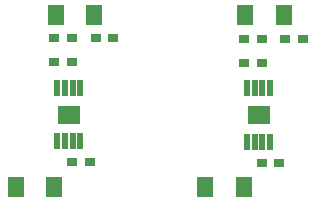
<source format=gbp>
G04*
G04 #@! TF.GenerationSoftware,Altium Limited,Altium Designer,19.1.6 (110)*
G04*
G04 Layer_Color=128*
%FSLAX43Y43*%
%MOMM*%
G71*
G01*
G75*
%ADD16R,0.900X0.800*%
%ADD18R,1.400X1.700*%
%ADD19R,1.900X1.650*%
G04:AMPARAMS|DCode=20|XSize=0.45mm|YSize=1.4mm|CornerRadius=0.045mm|HoleSize=0mm|Usage=FLASHONLY|Rotation=0.000|XOffset=0mm|YOffset=0mm|HoleType=Round|Shape=RoundedRectangle|*
%AMROUNDEDRECTD20*
21,1,0.450,1.310,0,0,0.0*
21,1,0.360,1.400,0,0,0.0*
1,1,0.090,0.180,-0.655*
1,1,0.090,-0.180,-0.655*
1,1,0.090,-0.180,0.655*
1,1,0.090,0.180,0.655*
%
%ADD20ROUNDEDRECTD20*%
D16*
X227125Y113740D02*
D03*
X225625D02*
D03*
X228625Y105240D02*
D03*
X227125D02*
D03*
X227125Y115740D02*
D03*
X225625D02*
D03*
X230625D02*
D03*
X229125D02*
D03*
X211068Y113790D02*
D03*
X209568D02*
D03*
X212568Y105290D02*
D03*
X211068D02*
D03*
X211068Y115790D02*
D03*
X209568D02*
D03*
X214568D02*
D03*
X213068D02*
D03*
D18*
X225607Y103200D02*
D03*
X222375D02*
D03*
X225759Y117740D02*
D03*
X228991D02*
D03*
X209550Y103250D02*
D03*
X206318D02*
D03*
X209702Y117790D02*
D03*
X212934D02*
D03*
D19*
X226875Y109290D02*
D03*
X210818Y109340D02*
D03*
D20*
X225900Y107015D02*
D03*
X226550D02*
D03*
X227200D02*
D03*
X227850D02*
D03*
Y111565D02*
D03*
X227200D02*
D03*
X226550D02*
D03*
X225900D02*
D03*
X209843Y107065D02*
D03*
X210493D02*
D03*
X211143D02*
D03*
X211793D02*
D03*
Y111615D02*
D03*
X211143D02*
D03*
X210493D02*
D03*
X209843D02*
D03*
M02*

</source>
